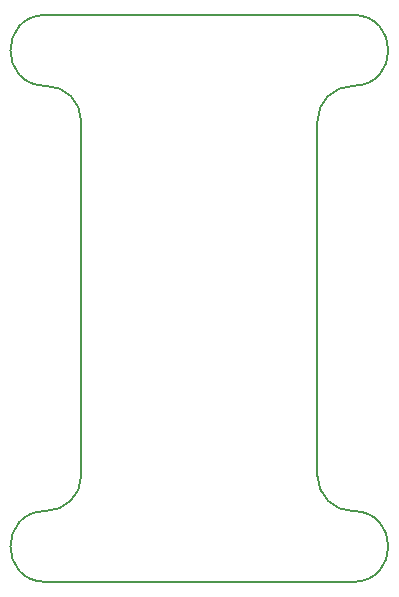
<source format=gbr>
%TF.GenerationSoftware,KiCad,Pcbnew,(7.0.0)*%
%TF.CreationDate,2024-01-19T13:27:31-08:00*%
%TF.ProjectId,M.E.S.S.I Basic,4d2e452e-532e-4532-9e49-204261736963,rev?*%
%TF.SameCoordinates,Original*%
%TF.FileFunction,Profile,NP*%
%FSLAX46Y46*%
G04 Gerber Fmt 4.6, Leading zero omitted, Abs format (unit mm)*
G04 Created by KiCad (PCBNEW (7.0.0)) date 2024-01-19 13:27:31*
%MOMM*%
%LPD*%
G01*
G04 APERTURE LIST*
%TA.AperFunction,Profile*%
%ADD10C,0.150000*%
%TD*%
G04 APERTURE END LIST*
D10*
X97000000Y-92000000D02*
G75*
G03*
X100000000Y-89000000I0J3000000D01*
G01*
X97000000Y-98000000D02*
X123000000Y-98000000D01*
X120000000Y-59000000D02*
X120000000Y-89000000D01*
X100000000Y-59000000D02*
X100000000Y-89000000D01*
X123000000Y-56000000D02*
G75*
G03*
X123000000Y-50000000I0J3000000D01*
G01*
X123000000Y-98000000D02*
G75*
G03*
X123000000Y-92000000I0J3000000D01*
G01*
X120000000Y-89000000D02*
G75*
G03*
X123000000Y-92000000I3000000J0D01*
G01*
X97000000Y-50000000D02*
X123000000Y-50000000D01*
X100000000Y-59000000D02*
G75*
G03*
X97000000Y-56000000I-3000000J0D01*
G01*
X97000000Y-92000000D02*
G75*
G03*
X97000000Y-98000000I0J-3000000D01*
G01*
X123000000Y-56000000D02*
G75*
G03*
X120000000Y-59000000I0J-3000000D01*
G01*
X97000000Y-50000000D02*
G75*
G03*
X97000000Y-56000000I0J-3000000D01*
G01*
M02*

</source>
